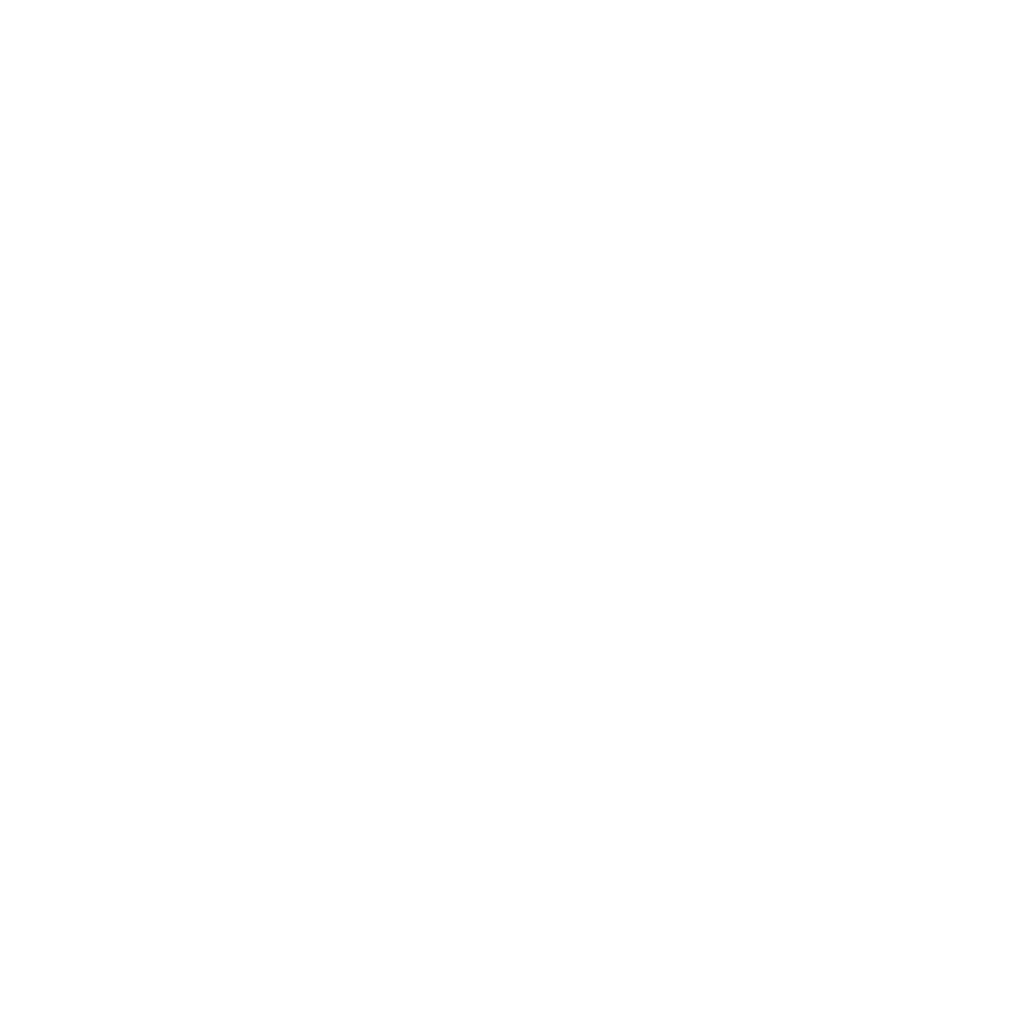
<source format=kicad_sch>
(kicad_sch (version 20250114) (generator "eeschema") (generator_version "9.0")
  (paper "User" 297.002 293.319)
  (lib_symbols
    (symbol "pidKlima-eagle-import:+12V" (power)
      (symbol "+12V_1_0"
        (polyline (pts (xy 0 1.27) (xy -1.27 -0.635)) (stroke (width 0.254)))
        (polyline (pts (xy 0 0) (xy -1.27 -1.905)) (stroke (width 0.254)))
        (polyline (pts (xy 1.27 -0.635) (xy 0 1.27)) (stroke (width 0.254)))
        (polyline (pts (xy 1.27 -1.905) (xy 0 0)) (stroke (width 0.254)))
        (pin power_in line (at 0 -2.54 90) (length 2.54) (name "+12V") (number "1"))
      )
    )
    (symbol "pidKlima-eagle-import:1N581"
      (property "Reference" "D" (at -2.286 1.905 0))
      (symbol "1N581_1_0"
        (polyline (pts (xy -1.27 1.27) (xy -1.27 -1.27)) (stroke (width 0.254)))
        (polyline (pts (xy -1.27 -1.27) (xy 1.27 0)) (stroke (width 0.254)))
        (polyline (pts (xy 0.635 -1.016) (xy 0.635 -1.27)) (stroke (width 0.254)))
        (polyline (pts (xy 1.27 1.27) (xy 1.27 0)) (stroke (width 0.254)))
        (polyline (pts (xy 1.27 0) (xy -1.27 1.27)) (stroke (width 0.254)))
        (polyline (pts (xy 1.27 0) (xy 1.27 -1.27)) (stroke (width 0.254)))
        (polyline (pts (xy 1.27 -1.27) (xy 0.635 -1.27)) (stroke (width 0.254)))
        (polyline (pts (xy 1.905 1.27) (xy 1.27 1.27)) (stroke (width 0.254)))
        (polyline (pts (xy 1.905 1.27) (xy 1.905 1.016)) (stroke (width 0.254)))
        (pin passive line (at -2.54 0 0) (length 2.54) (name "A") (number "A"))
        (pin passive line (at 2.54 0 180) (length 2.54) (name "C") (number "C"))
      )
    )
    (symbol "pidKlima-eagle-import:3.3V" (power)
      (symbol "3.3V_1_0"
        (polyline (pts (xy 0 2.54) (xy -0.762 1.27)) (stroke (width 0.254)))
        (polyline (pts (xy 0.762 1.27) (xy 0 2.54)) (stroke (width 0.254)))
        (pin power_in line (at 0 0 90) (length 2.54) (name "3.3V") (number "1"))
      )
    )
    (symbol "pidKlima-eagle-import:31-XX"
      (property "Reference" "S" (at -6.35 -1.905 90))
      (symbol "31-XX_1_0"
        (polyline (pts (xy -4.445 1.905) (xy -4.445 0)) (stroke (width 0.254)))
        (polyline (pts (xy -4.445 1.905) (xy -3.175 1.905)) (stroke (width 0.254)))
        (polyline (pts (xy -4.445 0) (xy -4.445 -1.905)) (stroke (width 0.254)))
        (polyline (pts (xy -4.445 0) (xy -3.175 0)) (stroke (width 0.1524)))
        (polyline (pts (xy -4.445 -1.905) (xy -3.175 -1.905)) (stroke (width 0.254)))
        (polyline (pts (xy -2.54 0) (xy -1.905 0)) (stroke (width 0.1524)))
        (polyline (pts (xy -1.27 0) (xy -0.635 0)) (stroke (width 0.1524)))
        (polyline (pts (xy -0.635 0) (xy -1.27 2.54)) (stroke (width 0.254)))
        (polyline (pts (xy 0 2.54) (xy 0 3.175)) (stroke (width 0.254)))
        (polyline (pts (xy 0 -2.54) (xy -0.635 0)) (stroke (width 0.254)))
        (polyline (pts (xy 0 -3.175) (xy 0 -2.54)) (stroke (width 0.254)))
        (pin passive line (at 0 5.08 270) (length 2.54) (name "S") (number "2"))
        (pin passive line (at 0 -5.08 90) (length 2.54) (name "P") (number "1"))
      )
    )
    (symbol "pidKlima-eagle-import:5V" (power)
      (symbol "5V_1_0"
        (polyline (pts (xy 0 2.54) (xy -0.762 1.27)) (stroke (width 0.254)))
        (polyline (pts (xy 0.762 1.27) (xy 0 2.54)) (stroke (width 0.254)))
        (pin power_in line (at 0 0 90) (length 2.54) (name "5V") (number "1"))
      )
    )
    (symbol "pidKlima-eagle-import:BC847"
      (property "Reference" "T" (at -10.16 7.62 0))
      (symbol "BC847_1_0"
        (rectangle (start -0.254 -2.54) (end 0.508 2.54) (fill (type outline)))
        (polyline (pts (xy 1.27 -2.54) (xy 1.778 -1.524)) (stroke (width 0.1524)))
        (polyline (pts (xy 1.524 -2.286) (xy 1.905 -2.286)) (stroke (width 0.254)))
        (polyline (pts (xy 1.524 -2.413) (xy 2.286 -2.413)) (stroke (width 0.254)))
        (polyline (pts (xy 1.54 -2.04) (xy 0.308 -1.424)) (stroke (width 0.1524)))
        (polyline (pts (xy 1.778 -1.524) (xy 2.54 -2.54)) (stroke (width 0.1524)))
        (polyline (pts (xy 1.778 -1.778) (xy 1.524 -2.286)) (stroke (width 0.254)))
        (polyline (pts (xy 1.905 -2.286) (xy 1.778 -2.032)) (stroke (width 0.254)))
        (polyline (pts (xy 2.286 -2.413) (xy 1.778 -1.778)) (stroke (width 0.254)))
        (polyline (pts (xy 2.54 2.54) (xy 0.508 1.524)) (stroke (width 0.1524)))
        (polyline (pts (xy 2.54 -2.54) (xy 1.27 -2.54)) (stroke (width 0.1524)))
        (pin passive line (at -2.54 0 0) (length 2.54) (name "B") (number "1"))
        (pin passive line (at 2.54 5.08 270) (length 2.54) (name "C") (number "3"))
        (pin passive line (at 2.54 -5.08 90) (length 2.54) (name "E") (number "2"))
      )
    )
    (symbol "pidKlima-eagle-import:DG3XX-02-3.5"
      (property "Reference" "X" (at 3.048 -0.889 0))
      (symbol "DG3XX-02-3.5_1_0"
        (polyline (pts (xy 0 1.27) (xy 2.54 -1.27)) (stroke (width 0.254)))
        (circle (center 1.27 0) (radius 1.27) (stroke (width 0.254)))
        (circle (center 1.27 0) (radius 1.27) (stroke (width 0.254)))
        (circle (center 1.27 0) (radius 1.27) (stroke (width 0.254)))
        (pin passive line (at -2.54 0 0) (length 2.54) (name "KL") (number "1"))
      )
      (symbol "DG3XX-02-3.5_2_0"
        (polyline (pts (xy 0 1.27) (xy 2.54 -1.27)) (stroke (width 0.254)))
        (circle (center 1.27 0) (radius 1.27) (stroke (width 0.254)))
        (circle (center 1.27 0) (radius 1.27) (stroke (width 0.254)))
        (circle (center 1.27 0) (radius 1.27) (stroke (width 0.254)))
        (pin passive line (at -2.54 0 0) (length 2.54) (name "KL") (number "2"))
      )
    )
    (symbol "pidKlima-eagle-import:DG3XX-03-3.5"
      (property "Reference" "X" (at 3.048 -0.889 0))
      (symbol "DG3XX-03-3.5_1_0"
        (polyline (pts (xy 0 1.27) (xy 2.54 -1.27)) (stroke (width 0.254)))
        (circle (center 1.27 0) (radius 1.27) (stroke (width 0.254)))
        (circle (center 1.27 0) (radius 1.27) (stroke (width 0.254)))
        (circle (center 1.27 0) (radius 1.27) (stroke (width 0.254)))
        (pin passive line (at -2.54 0 0) (length 2.54) (name "KL") (number "1"))
      )
      (symbol "DG3XX-03-3.5_2_0"
        (polyline (pts (xy 0 1.27) (xy 2.54 -1.27)) (stroke (width 0.254)))
        (circle (center 1.27 0) (radius 1.27) (stroke (width 0.254)))
        (circle (center 1.27 0) (radius 1.27) (stroke (width 0.254)))
        (circle (center 1.27 0) (radius 1.27) (stroke (width 0.254)))
        (pin passive line (at -2.54 0 0) (length 2.54) (name "KL") (number "2"))
      )
      (symbol "DG3XX-03-3.5_3_0"
        (polyline (pts (xy 0 1.27) (xy 2.54 -1.27)) (stroke (width 0.254)))
        (circle (center 1.27 0) (radius 1.27) (stroke (width 0.254)))
        (circle (center 1.27 0) (radius 1.27) (stroke (width 0.254)))
        (circle (center 1.27 0) (radius 1.27) (stroke (width 0.254)))
        (pin passive line (at -2.54 0 0) (length 2.54) (name "KL") (number "3"))
      )
    )
    (symbol "pidKlima-eagle-import:FDS5680"
      (property "Reference" "Q" (at -11.43 2.54 0))
      (symbol "FDS5680_1_0"
        (polyline (pts (xy -2.54 -2.54) (xy -1.2192 -2.54)) (stroke (width 0.1524)))
        (polyline (pts (xy -1.143 2.54) (xy -1.143 -2.54)) (stroke (width 0.254)))
        (polyline (pts (xy 0 3.683) (xy 0 1.397)) (stroke (width 0.254)))
        (polyline (pts (xy 0 0.762) (xy 0 0)) (stroke (width 0.254)))
        (polyline (pts (xy 0 0) (xy 0 -0.762)) (stroke (width 0.254)))
        (polyline (pts (xy 0 0) (xy 0.635 0)) (stroke (width 0.1524)))
        (polyline (pts (xy 0 -1.397) (xy 0 -3.683)) (stroke (width 0.254)))
        (polyline (pts (xy 0.635 0) (xy 2.54 0)) (stroke (width 0.1524)))
        (polyline (pts (xy 1.905 0.635) (xy 0.635 0)) (stroke (width 0.254)))
        (polyline (pts (xy 1.905 -0.635) (xy 0.635 0)) (stroke (width 0.254)))
        (polyline (pts (xy 2.54 0) (xy 2.54 -2.54)) (stroke (width 0.1524)))
        (pin passive line (at -5.08 -2.54 0) (length 2.54) (name "G") (number "4"))
        (pin passive line (at 5.08 2.54 180) (length 5.08) (name "D") (number "5"))
        (pin passive line (at 5.08 2.54 180) (length 5.08) (name "D") (number "6"))
        (pin passive line (at 5.08 2.54 180) (length 5.08) (name "D") (number "7"))
        (pin passive line (at 5.08 2.54 180) (length 5.08) (name "D") (number "8"))
        (pin passive line (at 5.08 -2.54 180) (length 5.08) (name "S") (number "1"))
        (pin passive line (at 5.08 -2.54 180) (length 5.08) (name "S") (number "2"))
        (pin passive line (at 5.08 -2.54 180) (length 5.08) (name "S") (number "3"))
      )
    )
    (symbol "pidKlima-eagle-import:LED3MM"
      (property "Reference" "LED" (at 3.556 -4.572 90))
      (symbol "LED3MM_1_0"
        (polyline (pts (xy -3.429 2.159) (xy -3.048 1.27) (xy -2.54 1.778)) (stroke (width 0.1524)) (fill (type outline)))
        (polyline (pts (xy -3.302 3.302) (xy -2.921 2.413) (xy -2.413 2.921)) (stroke (width 0.1524)) (fill (type outline)))
        (polyline (pts (xy -2.032 -0.762) (xy -3.429 -2.159)) (stroke (width 0.1524)))
        (polyline (pts (xy -1.905 -1.905) (xy -3.302 -3.302)) (stroke (width 0.1524)))
        (polyline (pts (xy 0 0) (xy -1.27 0)) (stroke (width 0.254)))
        (polyline (pts (xy 0 0) (xy 0 -2.54)) (stroke (width 0.1524)))
        (polyline (pts (xy 0 -2.54) (xy -1.27 0)) (stroke (width 0.254)))
        (polyline (pts (xy 0 -2.54) (xy -1.27 -2.54)) (stroke (width 0.254)))
        (polyline (pts (xy 1.27 0) (xy 0 0)) (stroke (width 0.254)))
        (polyline (pts (xy 1.27 0) (xy 0 -2.54)) (stroke (width 0.254)))
        (polyline (pts (xy 1.27 -2.54) (xy 0 -2.54)) (stroke (width 0.254)))
        (pin passive line (at 0 2.54 270) (length 2.54) (name "A") (number "A"))
        (pin passive line (at 0 -5.08 90) (length 2.54) (name "C") (number "K"))
      )
    )
    (symbol "pidKlima-eagle-import:PC817"
      (property "Reference" "OK" (at -6.985 5.715 0))
      (symbol "PC817_1_0"
        (polyline (pts (xy -6.985 5.08) (xy -6.985 -5.08)) (stroke (width 0.4064)))
        (polyline (pts (xy -6.985 5.08) (xy 4.445 5.08)) (stroke (width 0.4064)))
        (polyline (pts (xy -6.985 -5.08) (xy 4.445 -5.08)) (stroke (width 0.4064)))
        (polyline (pts (xy -4.445 2.54) (xy -7.62 2.54)) (stroke (width 0.1524)))
        (polyline (pts (xy -4.445 2.54) (xy -4.445 1.27)) (stroke (width 0.1524)))
        (polyline (pts (xy -4.445 1.27) (xy -5.715 1.27)) (stroke (width 0.254)))
        (polyline (pts (xy -4.445 1.27) (xy -4.445 -1.27)) (stroke (width 0.254)))
        (polyline (pts (xy -4.445 -1.27) (xy -5.715 1.27)) (stroke (width 0.254)))
        (polyline (pts (xy -4.445 -1.27) (xy -5.715 -1.27)) (stroke (width 0.254)))
        (polyline (pts (xy -4.445 -1.27) (xy -4.445 -2.54)) (stroke (width 0.1524)))
        (polyline (pts (xy -4.445 -2.54) (xy -7.62 -2.54)) (stroke (width 0.1524)))
        (polyline (pts (xy -3.175 1.27) (xy -4.445 1.27)) (stroke (width 0.254)))
        (polyline (pts (xy -3.175 1.27) (xy -4.445 -1.27)) (stroke (width 0.254)))
        (polyline (pts (xy -3.175 -1.27) (xy -4.445 -1.27)) (stroke (width 0.254)))
        (polyline (pts (xy -2.54 0) (xy -1.143 1.397)) (stroke (width 0.1524)))
        (polyline (pts (xy -2.413 -1.143) (xy -1.016 0.254)) (stroke (width 0.1524)))
        (polyline (pts (xy -2.032 1.016) (xy -1.524 0.508)) (stroke (width 0.1524)))
        (polyline (pts (xy -1.905 -0.127) (xy -1.397 -0.635)) (stroke (width 0.1524)))
        (polyline (pts (xy -1.524 0.508) (xy -1.143 1.397)) (stroke (width 0.1524)))
        (polyline (pts (xy -1.397 -0.635) (xy -1.016 0.254)) (stroke (width 0.1524)))
        (polyline (pts (xy -1.143 1.397) (xy -2.032 1.016)) (stroke (width 0.1524)))
        (polyline (pts (xy -1.016 0.254) (xy -1.905 -0.127)) (stroke (width 0.1524)))
        (rectangle (start -0.381 -2.54) (end 0.381 2.54) (fill (type outline)))
        (polyline (pts (xy 0 0) (xy 2.286 -2.286)) (stroke (width 0.1524)))
        (polyline (pts (xy 1.016 -1.778) (xy 1.778 -1.016)) (stroke (width 0.1524)))
        (polyline (pts (xy 1.778 -1.016) (xy 2.286 -2.286)) (stroke (width 0.1524)))
        (polyline (pts (xy 2.286 -2.286) (xy 1.016 -1.778)) (stroke (width 0.1524)))
        (polyline (pts (xy 2.286 -2.286) (xy 2.54 -2.54)) (stroke (width 0.1524)))
        (polyline (pts (xy 2.54 2.54) (xy 0 0)) (stroke (width 0.1524)))
        (polyline (pts (xy 2.54 2.54) (xy 5.08 2.54)) (stroke (width 0.1524)))
        (polyline (pts (xy 2.54 -2.54) (xy 5.08 -2.54)) (stroke (width 0.1524)))
        (polyline (pts (xy 4.445 5.08) (xy 4.445 -5.08)) (stroke (width 0.4064)))
        (pin passive line (at -10.16 2.54 0) (length 2.54) (name "A") (number "1"))
        (pin passive line (at -10.16 -2.54 0) (length 2.54) (name "C") (number "2"))
        (pin passive line (at 7.62 2.54 180) (length 2.54) (name "COL") (number "4"))
        (pin passive line (at 7.62 -2.54 180) (length 2.54) (name "EMIT") (number "3"))
      )
    )
    (symbol "pidKlima-eagle-import:R-EU_0204/7"
      (property "Reference" "R" (at -3.81 1.4986 0))
      (symbol "R-EU_0204/7_1_0"
        (polyline (pts (xy -2.54 -0.889) (xy -2.54 0.889)) (stroke (width 0.254)))
        (polyline (pts (xy -2.54 -0.889) (xy 2.54 -0.889)) (stroke (width 0.254)))
        (polyline (pts (xy 2.54 0.889) (xy -2.54 0.889)) (stroke (width 0.254)))
        (polyline (pts (xy 2.54 -0.889) (xy 2.54 0.889)) (stroke (width 0.254)))
        (pin passive line (at -5.08 0 0) (length 2.54) (name "1") (number "1"))
        (pin passive line (at 5.08 0 180) (length 2.54) (name "2") (number "2"))
      )
    )
    (symbol "pidKlima-eagle-import:R-EU_M0805"
      (property "Reference" "R" (at -3.81 1.4986 0))
      (symbol "R-EU_M0805_1_0"
        (polyline (pts (xy -2.54 -0.889) (xy -2.54 0.889)) (stroke (width 0.254)))
        (polyline (pts (xy -2.54 -0.889) (xy 2.54 -0.889)) (stroke (width 0.254)))
        (polyline (pts (xy 2.54 0.889) (xy -2.54 0.889)) (stroke (width 0.254)))
        (polyline (pts (xy 2.54 -0.889) (xy 2.54 0.889)) (stroke (width 0.254)))
        (pin passive line (at -5.08 0 0) (length 2.54) (name "1") (number "1"))
        (pin passive line (at 5.08 0 180) (length 2.54) (name "2") (number "2"))
      )
    )
    (symbol "pidKlima-eagle-import:supply1_GND" (power)
      (symbol "supply1_GND_1_0"
        (polyline (pts (xy -1.905 0) (xy 1.905 0)) (stroke (width 0.254)))
        (pin power_in line (at 0 2.54 270) (length 2.54) (name "GND") (number "1"))
      )
    )
  )
  (text "Termometry DS18B20" (at 390.398 49.276 90) (effects (font (size 1.778 1.5113)) (justify left bottom)))
  (junction (at 353.06 40.64))
  (junction (at 368.3 27.94))
  (junction (at 417.83 160.02))
  (junction (at 368.3 38.1))
  (junction (at 417.83 113.03))
  (junction (at 433.07 160.02))
  (junction (at 445.77 154.94))
  (junction (at 445.77 144.78))
  (junction (at 351.79 167.64))
  (junction (at 353.06 30.48))
  (wire (pts (xy 445.77 144.78) (xy 445.77 147.32)) (stroke (width 0.1524)))
  (wire (pts (xy 353.06 27.94) (xy 355.6 27.94)) (stroke (width 0.1524)))
  (wire (pts (xy 346.71 92.71) (xy 334.01 92.71)) (stroke (width 0.1524)))
  (wire (pts (xy 353.06 40.64) (xy 353.06 38.1)) (stroke (width 0.1524)))
  (wire (pts (xy 445.77 152.4) (xy 445.77 154.94)) (stroke (width 0.1524)))
  (wire (pts (xy 445.77 142.24) (xy 445.77 144.78)) (stroke (width 0.1524)))
  (wire (pts (xy 430.53 162.56) (xy 433.07 162.56)) (stroke (width 0.1524)))
  (wire (pts (xy 361.95 135.89) (xy 361.95 133.35)) (stroke (width 0.1524)))
  (wire (pts (xy 353.06 30.48) (xy 340.36 30.48)) (stroke (width 0.1524)))
  (wire (pts (xy 351.79 152.4) (xy 351.79 154.94)) (stroke (width 0.1524)))
  (wire (pts (xy 353.06 40.64) (xy 340.36 40.64)) (stroke (width 0.1524)))
  (wire (pts (xy 365.76 27.94) (xy 368.3 27.94)) (stroke (width 0.1524)))
  (wire (pts (xy 373.38 40.64) (xy 353.06 40.64)) (stroke (width 0.1524)))
  (wire (pts (xy 373.38 30.48) (xy 353.06 30.48)) (stroke (width 0.1524)))
  (wire (pts (xy 353.06 30.48) (xy 353.06 27.94)) (stroke (width 0.1524)))
  (wire (pts (xy 351.79 165.1) (xy 351.79 167.64)) (stroke (width 0.1524)))
  (wire (pts (xy 417.83 162.56) (xy 417.83 160.02)) (stroke (width 0.1524)))
  (wire (pts (xy 445.77 154.94) (xy 448.31 154.94)) (stroke (width 0.1524)))
  (wire (pts (xy 420.37 162.56) (xy 417.83 162.56)) (stroke (width 0.1524)))
  (wire (pts (xy 354.33 167.64) (xy 351.79 167.64)) (stroke (width 0.1524)))
  (wire (pts (xy 420.37 113.03) (xy 417.83 113.03)) (stroke (width 0.1524)))
  (wire (pts (xy 351.79 167.64) (xy 339.09 167.64)) (stroke (width 0.1524)))
  (wire (pts (xy 417.83 160.02) (xy 420.37 160.02)) (stroke (width 0.1524)))
  (wire (pts (xy 448.31 144.78) (xy 445.77 144.78)) (stroke (width 0.1524)))
  (wire (pts (xy 368.3 38.1) (xy 373.38 38.1)) (stroke (width 0.1524)))
  (wire (pts (xy 438.15 118.11) (xy 440.69 118.11)) (stroke (width 0.1524)))
  (wire (pts (xy 417.83 113.03) (xy 402.59 113.03)) (stroke (width 0.1524)))
  (wire (pts (xy 420.37 123.19) (xy 420.37 118.11)) (stroke (width 0.1524)))
  (wire (pts (xy 415.29 160.02) (xy 417.83 160.02)) (stroke (width 0.1524)))
  (wire (pts (xy 353.06 38.1) (xy 355.6 38.1)) (stroke (width 0.1524)))
  (wire (pts (xy 430.53 160.02) (xy 433.07 160.02)) (stroke (width 0.1524)))
  (wire (pts (xy 368.3 27.94) (xy 373.38 27.94)) (stroke (width 0.1524)))
  (wire (pts (xy 433.07 162.56) (xy 433.07 160.02)) (stroke (width 0.1524)))
  (wire (pts (xy 417.83 110.49) (xy 417.83 113.03)) (stroke (width 0.1524)))
  (wire (pts (xy 433.07 160.02) (xy 435.61 160.02)) (stroke (width 0.1524)))
  (wire (pts (xy 365.76 38.1) (xy 368.3 38.1)) (stroke (width 0.1524)))
  (wire (pts (xy 438.15 123.19) (xy 440.69 123.19)) (stroke (width 0.1524)))
  (wire (pts (xy 430.53 154.94) (xy 445.77 154.94)) (stroke (width 0.1524)))
  (wire (pts (xy 368.3 25.4) (xy 368.3 27.94)) (stroke (width 0.1524)))
  (wire (pts (xy 368.3 38.1) (xy 368.3 27.94)) (stroke (width 0.1524)))
  (label "LED1" (at 334.01 92.71 0) (effects (font (size 1.2446 1.2446))))
  (label "OUT1" (at 400.05 158.75 0) (effects (font (size 1.2446 1.2446))))
  (label "DS1" (at 345.44 30.48 0) (effects (font (size 1.2446 1.2446))))
  (label "FACTORY" (at 339.09 167.64 0) (effects (font (size 1.2446 1.2446))))
  (label "DS2" (at 345.44 40.64 0) (effects (font (size 1.2446 1.2446))))
  (label "POZIOM" (at 402.59 113.03 0) (effects (font (size 1.2446 1.2446))))
  (symbol (lib_id "pidKlima-eagle-import:31-XX") (at 359.41 167.64 270) (unit 1)
    (property "Reference" "S1" (at 357.505 161.29 90) (effects (font (size 1.778 1.5113)) (justify left bottom)))
    (property "Value" "31-XX" (effects (hide yes)))
    (property "Footprint" "pidKlima:B3F-31XX" (effects (hide yes)))
  )
  (symbol (lib_id "pidKlima-eagle-import:DG3XX-03-3.5") (at 375.92 27.94 0) (unit 1)
    (property "Reference" "X16" (at 378.968 28.829 0) (effects (font (size 1.778 1.5113)) (justify left bottom)))
    (property "Value" "DG3XX-03-3.5" (effects (hide yes)))
    (property "Footprint" "pidKlima:DG350-3.5-03P" (effects (hide yes)))
  )
  (symbol (lib_id "pidKlima-eagle-import:+12V") (at 445.77 139.7 0) (unit 1)
    (property "Reference" "#P+019" (effects (hide yes)))
    (property "Value" "+12V" (at 448.31 135.636 90) (effects (font (size 1.778 1.5113)) (justify right top)))
  )
  (symbol (lib_id "pidKlima-eagle-import:supply1_GND") (at 438.15 125.73 0) (unit 1)
    (property "Reference" "#GND21" (effects (hide yes)))
    (property "Value" "GND" (at 435.61 128.27 0) (effects (font (size 1.778 1.5113)) (justify left bottom)))
  )
  (symbol (lib_id "pidKlima-eagle-import:DG3XX-02-3.5") (at 450.85 154.94 0) (unit 2)
    (property "Reference" "X18" (at 453.898 155.829 0) (effects (font (size 1.778 1.5113)) (justify left bottom)))
    (property "Value" "DG3XX-02-3.5" (effects (hide yes)))
    (property "Footprint" "pidKlima:DG350-3.5-02P" (effects (hide yes)))
  )
  (symbol (lib_id "pidKlima-eagle-import:3.3V") (at 368.3 25.4 0) (mirror y) (unit 1)
    (property "Reference" "#P+015" (effects (hide yes)))
    (property "Value" "3.3V" (at 369.316 21.844 0) (effects (font (size 1.778 1.5113)) (justify left bottom)))
  )
  (symbol (lib_id "pidKlima-eagle-import:3.3V") (at 351.79 152.4 0) (mirror y) (unit 1)
    (property "Reference" "#P+5" (effects (hide yes)))
    (property "Value" "3.3V" (at 352.806 148.844 0) (effects (font (size 1.778 1.5113)) (justify left bottom)))
  )
  (symbol (lib_id "pidKlima-eagle-import:R-EU_0204/7") (at 361.95 74.93 270) (unit 1)
    (property "Reference" "R22" (at 363.4486 71.12 0) (effects (font (size 1.778 1.5113)) (justify left bottom)))
    (property "Value" "330" (at 358.648 71.12 0) (effects (font (size 1.778 1.5113)) (justify left bottom)))
    (property "Footprint" "pidKlima:0204_7" (effects (hide yes)))
  )
  (symbol (lib_id "pidKlima-eagle-import:R-EU_M0805") (at 351.79 92.71 180) (unit 1)
    (property "Reference" "R11" (at 355.6 94.2086 0) (effects (font (size 1.778 1.5113)) (justify left bottom)))
    (property "Value" "1k" (at 355.6 89.408 0) (effects (font (size 1.778 1.5113)) (justify left bottom)))
    (property "Footprint" "pidKlima:M0805" (effects (hide yes)))
  )
  (symbol (lib_id "pidKlima-eagle-import:supply1_GND") (at 361.95 138.43 0) (unit 1)
    (property "Reference" "#GND18" (effects (hide yes)))
    (property "Value" "GND" (at 359.41 140.97 0) (effects (font (size 1.778 1.5113)) (justify left bottom)))
  )
  (symbol (lib_id "pidKlima-eagle-import:supply1_GND") (at 420.37 125.73 0) (unit 1)
    (property "Reference" "#GND28" (effects (hide yes)))
    (property "Value" "GND" (at 417.83 128.27 0) (effects (font (size 1.778 1.5113)) (justify left bottom)))
  )
  (symbol (lib_id "pidKlima-eagle-import:R-EU_M0805") (at 410.21 160.02 180) (unit 1)
    (property "Reference" "R27" (at 414.02 161.5186 0) (effects (font (size 1.778 1.5113)) (justify left bottom)))
    (property "Value" "470" (at 414.02 156.718 0) (effects (font (size 1.778 1.5113)) (justify left bottom)))
    (property "Footprint" "pidKlima:M0805" (effects (hide yes)))
  )
  (symbol (lib_id "pidKlima-eagle-import:DG3XX-03-3.5") (at 375.92 38.1 0) (unit 1)
    (property "Reference" "X17" (at 378.968 38.989 0) (effects (font (size 1.778 1.5113)) (justify left bottom)))
    (property "Value" "DG3XX-03-3.5" (effects (hide yes)))
    (property "Footprint" "pidKlima:DG350-3.5-03P" (effects (hide yes)))
  )
  (symbol (lib_id "pidKlima-eagle-import:R-EU_0204/7") (at 361.95 120.65 270) (unit 1)
    (property "Reference" "R23" (at 363.4486 116.84 0) (effects (font (size 1.778 1.5113)) (justify left bottom)))
    (property "Value" "330" (at 358.648 116.84 0) (effects (font (size 1.778 1.5113)) (justify left bottom)))
    (property "Footprint" "pidKlima:0204_7" (effects (hide yes)))
  )
  (symbol (lib_id "pidKlima-eagle-import:1N581") (at 445.77 149.86 90) (unit 1)
    (property "Reference" "D1" (at 443.865 152.146 0) (effects (font (size 1.778 1.5113)) (justify left bottom)))
    (property "Value" "1N581" (at 449.199 152.146 0) (effects (font (size 1.778 1.5113)) (justify left bottom)))
    (property "Footprint" "pidKlima:DO41-7.6" (effects (hide yes)))
  )
  (symbol (lib_id "pidKlima-eagle-import:R-EU_M0805") (at 438.15 107.95 270) (unit 1)
    (property "Reference" "R17" (at 439.6486 104.14 0) (effects (font (size 1.778 1.5113)) (justify left bottom)))
    (property "Value" "330" (at 434.848 104.14 0) (effects (font (size 1.778 1.5113)) (justify left bottom)))
    (property "Footprint" "pidKlima:M0805" (effects (hide yes)))
  )
  (symbol (lib_id "pidKlima-eagle-import:R-EU_M0805") (at 360.68 27.94 0) (mirror y) (unit 1)
    (property "Reference" "R25" (at 364.49 26.4414 0) (effects (font (size 1.778 1.5113)) (justify left bottom)))
    (property "Value" "4k7" (at 364.49 31.242 0) (effects (font (size 1.778 1.5113)) (justify left bottom)))
    (property "Footprint" "pidKlima:M0805" (effects (hide yes)))
  )
  (symbol (lib_id "pidKlima-eagle-import:5V") (at 438.15 102.87 0) (unit 1)
    (property "Reference" "#A5" (effects (hide yes)))
    (property "Value" "5V" (at 437.134 99.314 0) (effects (font (size 1.778 1.5113)) (justify left bottom)))
  )
  (symbol (lib_id "pidKlima-eagle-import:supply1_GND") (at 364.49 170.18 0) (unit 1)
    (property "Reference" "#GND31" (effects (hide yes)))
    (property "Value" "GND" (at 361.95 172.72 0) (effects (font (size 1.778 1.5113)) (justify left bottom)))
  )
  (symbol (lib_id "pidKlima-eagle-import:DG3XX-03-3.5") (at 375.92 33.02 0) (unit 3)
    (property "Reference" "X16" (at 378.968 33.909 0) (effects (font (size 1.778 1.5113)) (justify left bottom)))
    (property "Value" "DG3XX-03-3.5" (effects (hide yes)))
    (property "Footprint" "pidKlima:DG350-3.5-03P" (effects (hide yes)))
  )
  (symbol (lib_id "pidKlima-eagle-import:BC847") (at 359.41 92.71 0) (unit 1)
    (property "Reference" "T1" (at 349.25 85.09 0) (effects (font (size 1.778 1.5113)) (justify left bottom)))
    (property "Value" "BC847" (at 349.25 87.63 0) (effects (font (size 1.778 1.5113)) (justify left bottom)))
    (property "Footprint" "pidKlima:SOT23" (effects (hide yes)))
  )
  (symbol (lib_id "pidKlima-eagle-import:FDS5680") (at 425.45 157.48 0) (unit 1)
    (property "Reference" "Q2" (at 414.02 154.94 0) (effects (font (size 1.778 1.5113)) (justify left bottom)))
    (property "Value" "FDS5680" (at 414.02 157.48 0) (effects (font (size 1.778 1.5113)) (justify left bottom)))
    (property "Footprint" "pidKlima:SO-8" (effects (hide yes)))
  )
  (symbol (lib_id "pidKlima-eagle-import:R-EU_M0805") (at 417.83 105.41 270) (unit 1)
    (property "Reference" "R24" (at 419.3286 101.6 0) (effects (font (size 1.778 1.5113)) (justify left bottom)))
    (property "Value" "10k" (at 414.528 101.6 0) (effects (font (size 1.778 1.5113)) (justify left bottom)))
    (property "Footprint" "pidKlima:M0805" (effects (hide yes)))
  )
  (symbol (lib_id "pidKlima-eagle-import:R-EU_M0805") (at 425.45 162.56 0) (unit 1)
    (property "Reference" "R28" (at 421.64 161.0614 0) (effects (font (size 1.778 1.5113)) (justify left bottom)))
    (property "Value" "100k" (at 421.64 165.862 0) (effects (font (size 1.778 1.5113)) (justify left bottom)))
    (property "Footprint" "pidKlima:M0805" (effects (hide yes)))
  )
  (symbol (lib_id "pidKlima-eagle-import:LED3MM") (at 361.95 82.55 0) (unit 1)
    (property "Reference" "LED4" (at 365.506 87.122 90) (effects (font (size 1.778 1.5113)) (justify left bottom)))
    (property "Value" "LED3MM" (effects (hide yes)))
    (property "Footprint" "pidKlima:LED3MM" (effects (hide yes)))
  )
  (symbol (lib_id "pidKlima-eagle-import:DG3XX-03-3.5") (at 375.92 30.48 0) (unit 2)
    (property "Reference" "X16" (at 378.968 31.369 0) (effects (font (size 1.778 1.5113)) (justify left bottom)))
    (property "Value" "DG3XX-03-3.5" (effects (hide yes)))
    (property "Footprint" "pidKlima:DG350-3.5-03P" (effects (hide yes)))
  )
  (symbol (lib_id "pidKlima-eagle-import:DG3XX-02-3.5") (at 443.23 118.11 0) (unit 2)
    (property "Reference" "X15" (at 446.278 118.999 0) (effects (font (size 1.778 1.5113)) (justify left bottom)))
    (property "Value" "DG3XX-02-3.5" (effects (hide yes)))
    (property "Footprint" "pidKlima:DG350-3.5-02P" (effects (hide yes)))
  )
  (symbol (lib_id "pidKlima-eagle-import:3.3V") (at 417.83 100.33 0) (mirror y) (unit 1)
    (property "Reference" "#P+13" (effects (hide yes)))
    (property "Value" "3.3V" (at 418.846 96.774 0) (effects (font (size 1.778 1.5113)) (justify left bottom)))
  )
  (symbol (lib_id "pidKlima-eagle-import:DG3XX-03-3.5") (at 375.92 43.18 0) (unit 3)
    (property "Reference" "X17" (at 378.968 44.069 0) (effects (font (size 1.778 1.5113)) (justify left bottom)))
    (property "Value" "DG3XX-03-3.5" (effects (hide yes)))
    (property "Footprint" "pidKlima:DG350-3.5-03P" (effects (hide yes)))
  )
  (symbol (lib_id "pidKlima-eagle-import:5V") (at 361.95 115.57 0) (unit 1)
    (property "Reference" "#A3" (effects (hide yes)))
    (property "Value" "5V" (at 360.934 112.014 0) (effects (font (size 1.778 1.5113)) (justify left bottom)))
  )
  (symbol (lib_id "pidKlima-eagle-import:DG3XX-02-3.5") (at 450.85 144.78 0) (unit 1)
    (property "Reference" "X18" (at 453.898 145.669 0) (effects (font (size 1.778 1.5113)) (justify left bottom)))
    (property "Value" "DG3XX-02-3.5" (effects (hide yes)))
    (property "Footprint" "pidKlima:DG350-3.5-02P" (effects (hide yes)))
  )
  (symbol (lib_id "pidKlima-eagle-import:DG3XX-03-3.5") (at 375.92 40.64 0) (unit 2)
    (property "Reference" "X17" (at 378.968 41.529 0) (effects (font (size 1.778 1.5113)) (justify left bottom)))
    (property "Value" "DG3XX-03-3.5" (effects (hide yes)))
    (property "Footprint" "pidKlima:DG350-3.5-03P" (effects (hide yes)))
  )
  (symbol (lib_id "pidKlima-eagle-import:5V") (at 361.95 69.85 0) (unit 1)
    (property "Reference" "#A2" (effects (hide yes)))
    (property "Value" "5V" (at 360.934 66.294 0) (effects (font (size 1.778 1.5113)) (justify left bottom)))
  )
  (symbol (lib_id "pidKlima-eagle-import:supply1_GND") (at 373.38 35.56 0) (mirror y) (unit 1)
    (property "Reference" "#GND034" (effects (hide yes)))
    (property "Value" "GND" (at 375.92 38.1 0) (effects (font (size 1.778 1.5113)) (justify left bottom)))
  )
  (symbol (lib_id "pidKlima-eagle-import:supply1_GND") (at 373.38 45.72 0) (mirror y) (unit 1)
    (property "Reference" "#GND035" (effects (hide yes)))
    (property "Value" "GND" (at 375.92 48.26 0) (effects (font (size 1.778 1.5113)) (justify left bottom)))
  )
  (symbol (lib_id "pidKlima-eagle-import:DG3XX-02-3.5") (at 443.23 123.19 0) (unit 1)
    (property "Reference" "X15" (at 446.278 124.079 0) (effects (font (size 1.778 1.5113)) (justify left bottom)))
    (property "Value" "DG3XX-02-3.5" (effects (hide yes)))
    (property "Footprint" "pidKlima:DG350-3.5-02P" (effects (hide yes)))
  )
  (symbol (lib_id "pidKlima-eagle-import:supply1_GND") (at 361.95 100.33 0) (unit 1)
    (property "Reference" "#GND15" (effects (hide yes)))
    (property "Value" "GND" (at 359.41 102.87 0) (effects (font (size 1.778 1.5113)) (justify left bottom)))
  )
  (symbol (lib_id "pidKlima-eagle-import:supply1_GND") (at 438.15 160.02 90) (unit 1)
    (property "Reference" "#GND036" (effects (hide yes)))
    (property "Value" "GND" (at 440.69 162.56 0) (effects (font (size 1.778 1.5113)) (justify left bottom)))
  )
  (symbol (lib_id "pidKlima-eagle-import:R-EU_M0805") (at 360.68 38.1 0) (mirror y) (unit 1)
    (property "Reference" "R26" (at 364.49 36.6014 0) (effects (font (size 1.778 1.5113)) (justify left bottom)))
    (property "Value" "4k7" (at 364.49 41.402 0) (effects (font (size 1.778 1.5113)) (justify left bottom)))
    (property "Footprint" "pidKlima:M0805" (effects (hide yes)))
  )
  (symbol (lib_id "pidKlima-eagle-import:R-EU_M0805") (at 351.79 160.02 90) (unit 1)
    (property "Reference" "R20" (at 350.2914 163.83 0) (effects (font (size 1.778 1.5113)) (justify left bottom)))
    (property "Value" "10k" (at 355.092 163.83 0) (effects (font (size 1.778 1.5113)) (justify left bottom)))
    (property "Footprint" "pidKlima:M0805" (effects (hide yes)))
  )
  (symbol (lib_id "pidKlima-eagle-import:PC817") (at 427.99 115.57 0) (mirror y) (unit 1)
    (property "Reference" "OK2" (at 434.975 109.855 0) (effects (font (size 1.778 1.5113)) (justify left bottom)))
    (property "Value" "PC817" (at 434.975 123.19 0) (effects (font (size 1.778 1.5113)) (justify left bottom)))
    (property "Footprint" "pidKlima:DIL04" (effects (hide yes)))
  )
  (symbol (lib_id "pidKlima-eagle-import:LED3MM") (at 361.95 128.27 0) (unit 1)
    (property "Reference" "LED5" (at 365.506 132.842 90) (effects (font (size 1.778 1.5113)) (justify left bottom)))
    (property "Value" "LED3MM" (effects (hide yes)))
    (property "Footprint" "pidKlima:LED3MM" (effects (hide yes)))
  )
)
</source>
